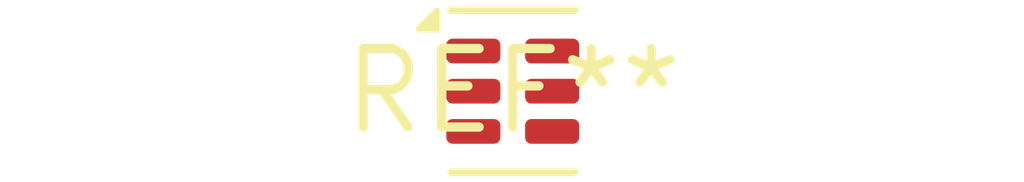
<source format=kicad_pcb>
(kicad_pcb (version 20240108) (generator pcbnew)
  (layers (0 "F.Cu" signal) (31 "B.Cu" signal) (34 "B.Paste" user) (35 "F.Paste" user) (36 "B.SilkS" user "B.Silkscreen") (37 "F.SilkS" user "F.Silkscreen") (38 "B.Mask" user) (39 "F.Mask" user) (44 "Edge.Cuts" user))
  (net 0 "")
  (footprint "AMS_TSL25911FN" (layer "F.Cu") (at 0 0)
    (property "Reference" "REF**")
    (property "Value" "AMS_TSL25911FN")
    (fp_line (start -1 -1.31) (end 1 -1.31) (layer "F.SilkS") (stroke (width 0.12)))
    (fp_line (start -1 1.31) (end 1 1.31) (layer "F.SilkS") (stroke (width 0.12)))
    (fp_poly (pts (xy -1.23 -1.01) (xy -1.51 -1.01) (xy -1.23 -1.29) (xy -1.23 -1.01)) (layer "F.SilkS") (stroke (width 0.12)) (fill solid))
    (pad "1" smd roundrect (at -0.6375 -0.65) (size 0.875 0.4) (layers "F.Cu" "F.Paste" "F.Mask"))
    (pad "2" smd roundrect (at -0.6375 0) (size 0.875 0.4) (layers "F.Cu" "F.Paste" "F.Mask"))
    (pad "3" smd roundrect (at -0.6375 0.65) (size 0.875 0.4) (layers "F.Cu" "F.Paste" "F.Mask"))
    (pad "4" smd roundrect (at 0.6375 0.65) (size 0.875 0.4) (layers "F.Cu" "F.Paste" "F.Mask"))
    (pad "5" smd roundrect (at 0.6375 0) (size 0.875 0.4) (layers "F.Cu" "F.Paste" "F.Mask"))
    (pad "6" smd roundrect (at 0.6375 -0.65) (size 0.875 0.4) (layers "F.Cu" "F.Paste" "F.Mask"))
  )
)
</source>
